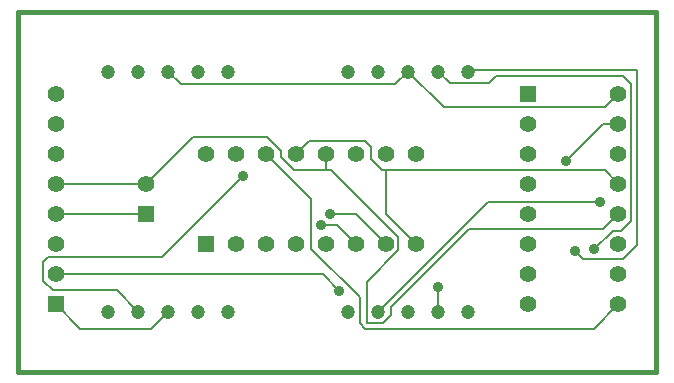
<source format=gtl>
G04 (created by PCBNEW-RS274X (2011-05-25)-stable) date Thu 19 Jun 2014 11:29:52 AM PDT*
G01*
G70*
G90*
%MOIN*%
G04 Gerber Fmt 3.4, Leading zero omitted, Abs format*
%FSLAX34Y34*%
G04 APERTURE LIST*
%ADD10C,0.006000*%
%ADD11C,0.015000*%
%ADD12R,0.055000X0.055000*%
%ADD13C,0.055000*%
%ADD14C,0.047200*%
%ADD15C,0.035000*%
%ADD16C,0.008000*%
G04 APERTURE END LIST*
G54D10*
G54D11*
X26000Y-04750D02*
X04750Y-04750D01*
X26000Y-16750D02*
X26000Y-04750D01*
X04750Y-16750D02*
X26000Y-16750D01*
X04750Y-04750D02*
X04750Y-16750D01*
G54D12*
X06000Y-14500D03*
G54D13*
X06000Y-13500D03*
X06000Y-12500D03*
X06000Y-11500D03*
X06000Y-10500D03*
X06000Y-09500D03*
X06000Y-08500D03*
X06000Y-07500D03*
G54D12*
X09000Y-11500D03*
G54D13*
X09000Y-10500D03*
G54D12*
X21750Y-07500D03*
G54D13*
X21750Y-08500D03*
X21750Y-09500D03*
X21750Y-10500D03*
X21750Y-11500D03*
X21750Y-12500D03*
X21750Y-13500D03*
X21750Y-14500D03*
X24750Y-14500D03*
X24750Y-13500D03*
X24750Y-12500D03*
X24750Y-11500D03*
X24750Y-10500D03*
X24750Y-09500D03*
X24750Y-08500D03*
X24750Y-07500D03*
G54D12*
X11000Y-12500D03*
G54D13*
X12000Y-12500D03*
X13000Y-12500D03*
X14000Y-12500D03*
X15000Y-12500D03*
X16000Y-12500D03*
X17000Y-12500D03*
X18000Y-12500D03*
X18000Y-09500D03*
X17000Y-09500D03*
X16000Y-09500D03*
X15000Y-09500D03*
X14000Y-09500D03*
X13000Y-09500D03*
X12000Y-09500D03*
X11000Y-09500D03*
G54D14*
X15750Y-14750D03*
X16750Y-14750D03*
X17750Y-14750D03*
X18750Y-14750D03*
X19750Y-14750D03*
X15750Y-06750D03*
X16750Y-06750D03*
X17750Y-06750D03*
X18750Y-06750D03*
X19750Y-06750D03*
X07750Y-14750D03*
X08750Y-14750D03*
X09750Y-14750D03*
X10750Y-14750D03*
X11750Y-14750D03*
X07750Y-06750D03*
X08750Y-06750D03*
X09750Y-06750D03*
X10750Y-06750D03*
X11750Y-06750D03*
G54D15*
X15449Y-14048D03*
X23953Y-12678D03*
X23306Y-12735D03*
X18750Y-13944D03*
X24125Y-11081D03*
X23014Y-09724D03*
X14844Y-11875D03*
X15156Y-11507D03*
X12255Y-10213D03*
G54D16*
X14901Y-13500D02*
X06000Y-13500D01*
X15449Y-14048D02*
X14901Y-13500D01*
X17003Y-11503D02*
X17003Y-10042D01*
X18000Y-12500D02*
X17003Y-11503D01*
X16876Y-10042D02*
X17003Y-10042D01*
X16500Y-09666D02*
X16876Y-10042D01*
X16500Y-09261D02*
X16500Y-09666D01*
X16291Y-09052D02*
X16500Y-09261D01*
X14448Y-09052D02*
X16291Y-09052D01*
X14000Y-09500D02*
X14448Y-09052D01*
X24292Y-10042D02*
X24750Y-10500D01*
X17003Y-10042D02*
X24292Y-10042D01*
X24566Y-12065D02*
X23953Y-12678D01*
X24837Y-12065D02*
X24566Y-12065D01*
X25172Y-11730D02*
X24837Y-12065D01*
X25172Y-07171D02*
X25172Y-11730D01*
X24891Y-06890D02*
X25172Y-07171D01*
X20687Y-06890D02*
X24891Y-06890D01*
X20447Y-07130D02*
X20687Y-06890D01*
X19130Y-07130D02*
X20447Y-07130D01*
X18750Y-06750D02*
X19130Y-07130D01*
X23567Y-12996D02*
X23306Y-12735D01*
X24891Y-12996D02*
X23567Y-12996D01*
X25358Y-12529D02*
X24891Y-12996D01*
X25358Y-06712D02*
X25358Y-12529D01*
X25336Y-06690D02*
X25358Y-06712D01*
X19810Y-06690D02*
X25336Y-06690D01*
X19750Y-06750D02*
X19810Y-06690D01*
X18750Y-14750D02*
X18750Y-13944D01*
X20419Y-11081D02*
X24125Y-11081D01*
X16750Y-14750D02*
X20419Y-11081D01*
X24238Y-08500D02*
X24750Y-08500D01*
X23014Y-09724D02*
X24238Y-08500D01*
X15375Y-11875D02*
X14844Y-11875D01*
X16000Y-12500D02*
X15375Y-11875D01*
X16007Y-11507D02*
X15156Y-11507D01*
X17000Y-12500D02*
X16007Y-11507D01*
X14500Y-11000D02*
X13000Y-09500D01*
X14500Y-12648D02*
X14500Y-11000D01*
X16130Y-14278D02*
X14500Y-12648D01*
X16130Y-15141D02*
X16130Y-14278D01*
X16310Y-15321D02*
X16130Y-15141D01*
X23929Y-15321D02*
X16310Y-15321D01*
X24750Y-14500D02*
X23929Y-15321D01*
X08045Y-14045D02*
X08750Y-14750D01*
X05905Y-14045D02*
X08045Y-14045D01*
X05582Y-13722D02*
X05905Y-14045D01*
X05582Y-13103D02*
X05582Y-13722D01*
X05751Y-12934D02*
X05582Y-13103D01*
X09534Y-12934D02*
X05751Y-12934D01*
X12255Y-10213D02*
X09534Y-12934D01*
X09000Y-10500D02*
X06000Y-10500D01*
X15000Y-10019D02*
X15000Y-09500D01*
X13928Y-10019D02*
X15000Y-10019D01*
X13500Y-09591D02*
X13928Y-10019D01*
X13500Y-09408D02*
X13500Y-09591D01*
X13034Y-08942D02*
X13500Y-09408D01*
X10558Y-08942D02*
X13034Y-08942D01*
X09000Y-10500D02*
X10558Y-08942D01*
X24250Y-12000D02*
X24750Y-11500D01*
X19769Y-12000D02*
X24250Y-12000D01*
X17184Y-14585D02*
X19769Y-12000D01*
X17184Y-14864D02*
X17184Y-14585D01*
X16912Y-15136D02*
X17184Y-14864D01*
X16393Y-15136D02*
X16912Y-15136D01*
X16371Y-15114D02*
X16393Y-15136D01*
X16371Y-13754D02*
X16371Y-15114D01*
X17419Y-12706D02*
X16371Y-13754D01*
X17419Y-12267D02*
X17419Y-12706D01*
X15171Y-10019D02*
X17419Y-12267D01*
X15000Y-10019D02*
X15171Y-10019D01*
X18934Y-07934D02*
X17750Y-06750D01*
X24316Y-07934D02*
X18934Y-07934D01*
X24750Y-07500D02*
X24316Y-07934D01*
X06818Y-15318D02*
X06000Y-14500D01*
X09182Y-15318D02*
X06818Y-15318D01*
X09750Y-14750D02*
X09182Y-15318D01*
X17323Y-07177D02*
X17750Y-06750D01*
X10177Y-07177D02*
X17323Y-07177D01*
X09750Y-06750D02*
X10177Y-07177D01*
X09000Y-11500D02*
X06000Y-11500D01*
M02*

</source>
